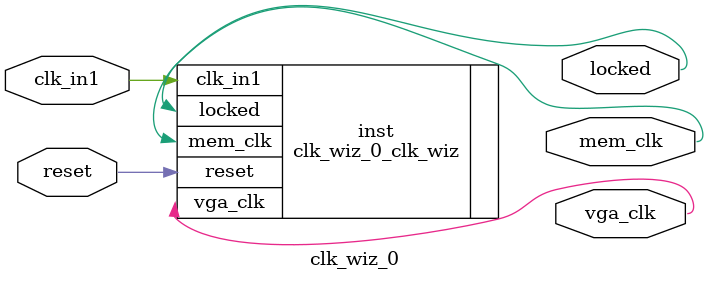
<source format=v>


`timescale 1ps/1ps

(* CORE_GENERATION_INFO = "clk_wiz_0,clk_wiz_v6_0_1_0_0,{component_name=clk_wiz_0,use_phase_alignment=true,use_min_o_jitter=false,use_max_i_jitter=false,use_dyn_phase_shift=false,use_inclk_switchover=false,use_dyn_reconfig=false,enable_axi=0,feedback_source=FDBK_AUTO,PRIMITIVE=MMCM,num_out_clk=2,clkin1_period=10.000,clkin2_period=10.000,use_power_down=false,use_reset=true,use_locked=true,use_inclk_stopped=false,feedback_type=SINGLE,CLOCK_MGR_TYPE=NA,manual_override=false}" *)

module clk_wiz_0 
 (
  // Clock out ports
  output        vga_clk,
  output        mem_clk,
  // Status and control signals
  input         reset,
  output        locked,
 // Clock in ports
  input         clk_in1
 );

  clk_wiz_0_clk_wiz inst
  (
  // Clock out ports  
  .vga_clk(vga_clk),
  .mem_clk(mem_clk),
  // Status and control signals               
  .reset(reset), 
  .locked(locked),
 // Clock in ports
  .clk_in1(clk_in1)
  );

endmodule

</source>
